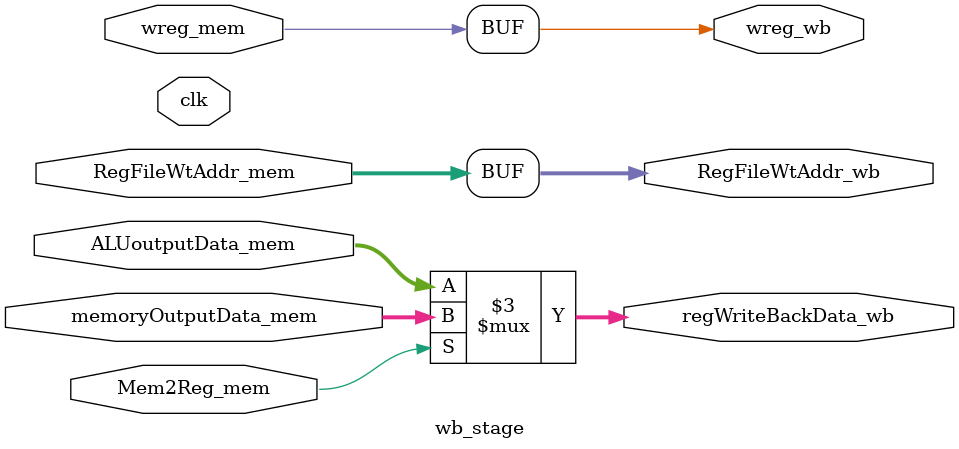
<source format=v>
`timescale 1ns / 1ps
module wb_stage(
input clk,
input wreg_mem,
input Mem2Reg_mem,//1éÄmemµ½reg, 0éaluÝ³öµ½reg
input [31:0]memoryOutputData_mem,
input [31:0]ALUoutputData_mem,
input [31:0]RegFileWtAddr_mem,
output reg [31:0]regWriteBackData_wb,
output wreg_wb,
output [31:0]RegFileWtAddr_wb
    );
reg [31:0]regWriteBackData_wb_this;
//²»ÔÙÑÓßtÒ»ÖÜÆÚ£¬Ö±½Ó¦regFileßMÐÐ²Ù×÷
always@(*)begin
	if(Mem2Reg_mem)
	regWriteBackData_wb<=memoryOutputData_mem;
	else
	regWriteBackData_wb<=ALUoutputData_mem;
end

assign	RegFileWtAddr_wb=RegFileWtAddr_mem;
assign	wreg_wb=wreg_mem;
endmodule

</source>
